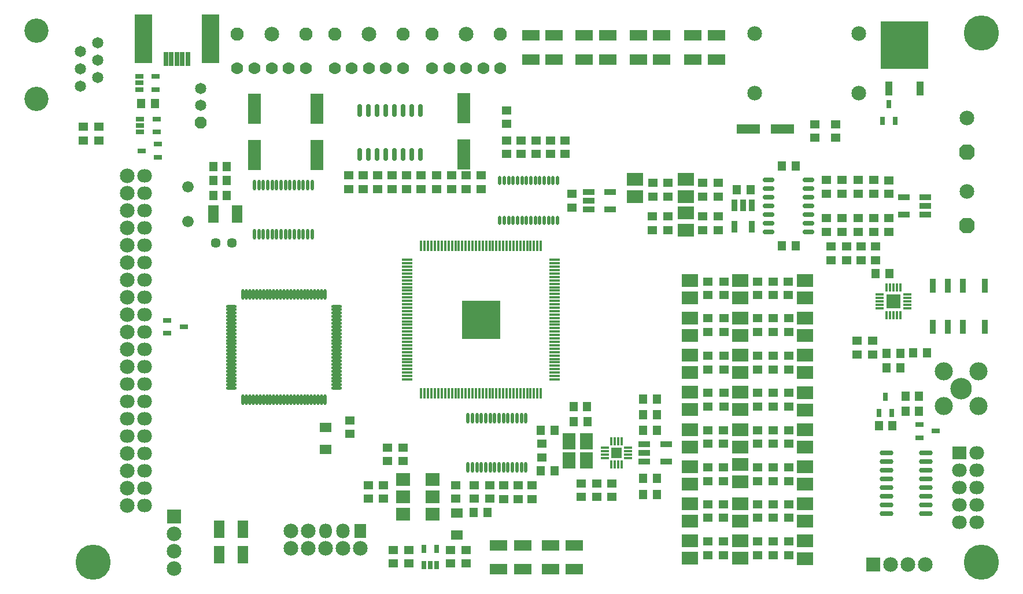
<source format=gbr>
%TF.GenerationSoftware,Altium Limited,Altium Designer,21.1.1 (26)*%
G04 Layer_Color=8388736*
%FSLAX44Y44*%
%MOMM*%
%TF.SameCoordinates,65C39E2D-3F9F-43AC-B9A9-9728AD9587AC*%
%TF.FilePolarity,Negative*%
%TF.FileFunction,Soldermask,Top*%
%TF.Part,Single*%
G01*
G75*
%TA.AperFunction,SMDPad,CuDef*%
%ADD103R,1.4000X1.1500*%
%ADD104R,1.1500X0.7500*%
%ADD105R,1.1500X1.4000*%
%ADD106O,2.0000X0.7500*%
%ADD107R,0.7500X1.1500*%
%ADD108R,2.5500X1.5500*%
%ADD116R,1.7500X1.3500*%
%TA.AperFunction,ComponentPad*%
%ADD120R,2.1500X1.9500*%
%ADD121O,2.1500X1.9500*%
%TA.AperFunction,SMDPad,CuDef*%
%ADD122R,5.7032X5.7032*%
%TA.AperFunction,ComponentPad*%
%ADD123C,0.8500*%
%ADD124C,1.6500*%
%ADD125C,2.1500*%
G04:AMPARAMS|DCode=126|XSize=2.15mm|YSize=2.15mm|CornerRadius=0mm|HoleSize=0mm|Usage=FLASHONLY|Rotation=90.000|XOffset=0mm|YOffset=0mm|HoleType=Round|Shape=Octagon|*
%AMOCTAGOND126*
4,1,8,0.5375,1.0750,-0.5375,1.0750,-1.0750,0.5375,-1.0750,-0.5375,-0.5375,-1.0750,0.5375,-1.0750,1.0750,-0.5375,1.0750,0.5375,0.5375,1.0750,0.0*
%
%ADD126OCTAGOND126*%

%ADD127R,1.7500X2.1500*%
%ADD128O,1.9500X2.1500*%
%ADD129O,1.8500X2.1500*%
%ADD130R,2.1500X2.1500*%
%ADD131C,3.1500*%
%ADD132C,2.6500*%
G04:AMPARAMS|DCode=133|XSize=1.65mm|YSize=1.65mm|CornerRadius=0mm|HoleSize=0mm|Usage=FLASHONLY|Rotation=90.000|XOffset=0mm|YOffset=0mm|HoleType=Round|Shape=Octagon|*
%AMOCTAGOND133*
4,1,8,0.4125,0.8250,-0.4125,0.8250,-0.8250,0.4125,-0.8250,-0.4125,-0.4125,-0.8250,0.4125,-0.8250,0.8250,-0.4125,0.8250,0.4125,0.4125,0.8250,0.0*
%
%ADD133OCTAGOND133*%

%ADD134C,1.6740*%
%TA.AperFunction,ViaPad*%
%ADD135C,5.1500*%
%TA.AperFunction,ComponentPad*%
%ADD136R,2.1500X2.1500*%
%ADD137C,1.4500*%
%ADD138C,1.7740*%
%ADD139C,1.9500*%
%TA.AperFunction,ViaPad*%
%ADD140C,0.6500*%
%TA.AperFunction,TestPad*%
%ADD141C,3.5500*%
%TA.AperFunction,ViaPad*%
%ADD142C,1.3500*%
%ADD143C,1.1500*%
%ADD144C,1.4500*%
%TA.AperFunction,NonConductor*%
%ADD157R,5.5000X5.5250*%
%TA.AperFunction,SMDPad,CuDef*%
%ADD158O,1.5500X0.4000*%
%ADD159O,0.4000X1.5500*%
%ADD160R,2.1500X1.9500*%
%ADD161R,1.2500X0.4000*%
%ADD162R,0.4000X1.2500*%
%ADD163R,2.1500X2.1500*%
%ADD164R,1.6000X1.6000*%
%ADD165R,0.4000X1.2500*%
%ADD166R,1.2500X0.4000*%
%ADD167R,3.4500X1.3500*%
%ADD168R,1.1000X2.0500*%
%ADD169R,6.9500X7.0500*%
%ADD170R,2.3900X1.8500*%
%ADD171O,0.7000X1.9000*%
G04:AMPARAMS|DCode=172|XSize=1.75mm|YSize=0.75mm|CornerRadius=0.375mm|HoleSize=0mm|Usage=FLASHONLY|Rotation=180.000|XOffset=0mm|YOffset=0mm|HoleType=Round|Shape=RoundedRectangle|*
%AMROUNDEDRECTD172*
21,1,1.7500,0.0000,0,0,180.0*
21,1,1.0000,0.7500,0,0,180.0*
1,1,0.7500,-0.5000,0.0000*
1,1,0.7500,0.5000,0.0000*
1,1,0.7500,0.5000,0.0000*
1,1,0.7500,-0.5000,0.0000*
%
%ADD172ROUNDEDRECTD172*%
G04:AMPARAMS|DCode=173|XSize=1.55mm|YSize=0.5mm|CornerRadius=0.25mm|HoleSize=0mm|Usage=FLASHONLY|Rotation=90.000|XOffset=0mm|YOffset=0mm|HoleType=Round|Shape=RoundedRectangle|*
%AMROUNDEDRECTD173*
21,1,1.5500,0.0000,0,0,90.0*
21,1,1.0500,0.5000,0,0,90.0*
1,1,0.5000,0.0000,0.5250*
1,1,0.5000,0.0000,-0.5250*
1,1,0.5000,0.0000,-0.5250*
1,1,0.5000,0.0000,0.5250*
%
%ADD173ROUNDEDRECTD173*%
%ADD174O,0.5000X1.3500*%
%ADD175O,0.4500X1.5500*%
%ADD176O,1.5500X0.4500*%
%ADD177R,0.6500X2.1500*%
%ADD178R,2.6500X7.1500*%
%ADD179R,0.8500X2.1500*%
%ADD180R,1.9500X4.4000*%
%ADD181R,1.8000X0.9100*%
%ADD182R,0.9100X1.8000*%
%ADD183R,1.5500X2.5500*%
%ADD184R,1.8500X2.3900*%
D103*
X535237Y-692000D02*
D03*
Y-712000D02*
D03*
X640750D02*
D03*
Y-692000D02*
D03*
X563423Y-657062D02*
D03*
Y-637062D02*
D03*
X540374D02*
D03*
Y-657062D02*
D03*
X1197000Y-163750D02*
D03*
Y-183750D02*
D03*
X1166250Y-163750D02*
D03*
Y-183750D02*
D03*
X800500Y-187500D02*
D03*
Y-207500D02*
D03*
X779250Y-187250D02*
D03*
Y-207250D02*
D03*
X757917Y-187250D02*
D03*
Y-207250D02*
D03*
X736583Y-187250D02*
D03*
Y-207250D02*
D03*
X715250Y-187250D02*
D03*
Y-207250D02*
D03*
X1255500Y-343000D02*
D03*
Y-363000D02*
D03*
X1234500Y-343000D02*
D03*
Y-363000D02*
D03*
X1212750Y-343000D02*
D03*
Y-363000D02*
D03*
X1190250Y-343000D02*
D03*
Y-363000D02*
D03*
X1250750Y-501000D02*
D03*
Y-481000D02*
D03*
X1228000Y-501000D02*
D03*
Y-481000D02*
D03*
X715500Y-163500D02*
D03*
Y-143500D02*
D03*
X1105500Y-394000D02*
D03*
Y-414000D02*
D03*
X1082750Y-394000D02*
D03*
Y-414000D02*
D03*
X1127500D02*
D03*
Y-394000D02*
D03*
X1033250Y-414000D02*
D03*
Y-394000D02*
D03*
X1009750Y-414000D02*
D03*
Y-394000D02*
D03*
X1183250Y-301250D02*
D03*
Y-321250D02*
D03*
X1206500D02*
D03*
Y-301250D02*
D03*
X1229750D02*
D03*
Y-321250D02*
D03*
X1253000Y-301250D02*
D03*
Y-321250D02*
D03*
X1274750Y-301250D02*
D03*
Y-321250D02*
D03*
X1253000Y-265500D02*
D03*
Y-245500D02*
D03*
X1274750Y-265750D02*
D03*
Y-245750D02*
D03*
X1229750Y-265500D02*
D03*
Y-245500D02*
D03*
X1206500D02*
D03*
Y-265500D02*
D03*
X1183250Y-245500D02*
D03*
Y-265500D02*
D03*
X1025179Y-318579D02*
D03*
Y-298579D02*
D03*
X1002429Y-318579D02*
D03*
Y-298579D02*
D03*
X929429Y-249579D02*
D03*
Y-269579D02*
D03*
X951679D02*
D03*
Y-249579D02*
D03*
Y-298579D02*
D03*
Y-318579D02*
D03*
X928929Y-298579D02*
D03*
Y-318579D02*
D03*
X1128000Y-522583D02*
D03*
Y-502583D02*
D03*
X1105500D02*
D03*
Y-522583D02*
D03*
X1082750Y-502583D02*
D03*
Y-522583D02*
D03*
X1128000Y-468000D02*
D03*
Y-448000D02*
D03*
X1105500D02*
D03*
Y-468000D02*
D03*
X1128000Y-576917D02*
D03*
Y-556917D02*
D03*
Y-631500D02*
D03*
Y-611500D02*
D03*
X1105500Y-556917D02*
D03*
Y-576917D02*
D03*
Y-611500D02*
D03*
Y-631500D02*
D03*
X1009750Y-468000D02*
D03*
Y-448000D02*
D03*
X1033500Y-468000D02*
D03*
Y-448000D02*
D03*
X1082750D02*
D03*
Y-468000D02*
D03*
X1082750Y-556917D02*
D03*
Y-576917D02*
D03*
Y-611500D02*
D03*
Y-631500D02*
D03*
X1032750D02*
D03*
Y-611500D02*
D03*
X1009750Y-631500D02*
D03*
Y-611500D02*
D03*
Y-576917D02*
D03*
Y-556917D02*
D03*
X1033250Y-576917D02*
D03*
Y-556917D02*
D03*
Y-522583D02*
D03*
Y-502583D02*
D03*
X1009750Y-522583D02*
D03*
Y-502583D02*
D03*
X1128000Y-686000D02*
D03*
Y-666000D02*
D03*
X1105500D02*
D03*
Y-686000D02*
D03*
X1082750Y-666000D02*
D03*
Y-686000D02*
D03*
X1032250D02*
D03*
Y-666000D02*
D03*
X1009750Y-686000D02*
D03*
Y-666000D02*
D03*
X1128000Y-739917D02*
D03*
Y-719917D02*
D03*
X1105500D02*
D03*
Y-739917D02*
D03*
X1082750Y-719917D02*
D03*
Y-739917D02*
D03*
X1009750D02*
D03*
Y-719917D02*
D03*
X1032250Y-739917D02*
D03*
Y-719917D02*
D03*
X1128000Y-794750D02*
D03*
Y-774750D02*
D03*
X1032250Y-794750D02*
D03*
Y-774750D02*
D03*
X1082750D02*
D03*
Y-794750D02*
D03*
X1105500Y-774750D02*
D03*
Y-794750D02*
D03*
X1009750D02*
D03*
Y-774750D02*
D03*
X824250Y-689500D02*
D03*
Y-709500D02*
D03*
X766500Y-631500D02*
D03*
Y-651500D02*
D03*
X656250Y-807000D02*
D03*
Y-787000D02*
D03*
X512947Y-712000D02*
D03*
Y-692000D02*
D03*
X632750Y-787000D02*
D03*
Y-807000D02*
D03*
X571750D02*
D03*
Y-787000D02*
D03*
X549000Y-807000D02*
D03*
Y-787000D02*
D03*
X869000Y-689500D02*
D03*
Y-709500D02*
D03*
X847250Y-689500D02*
D03*
Y-709500D02*
D03*
X752750Y-692500D02*
D03*
Y-712500D02*
D03*
X667500Y-712000D02*
D03*
Y-692000D02*
D03*
X690500D02*
D03*
Y-712000D02*
D03*
X711250Y-712500D02*
D03*
Y-692500D02*
D03*
X732250Y-712500D02*
D03*
Y-692500D02*
D03*
X118500Y-187250D02*
D03*
Y-167250D02*
D03*
X95250Y-167250D02*
D03*
Y-187250D02*
D03*
X677750Y-258500D02*
D03*
Y-238500D02*
D03*
X656000Y-258500D02*
D03*
Y-238500D02*
D03*
X634500Y-258500D02*
D03*
Y-238500D02*
D03*
X612500Y-258500D02*
D03*
Y-238500D02*
D03*
X589750Y-258500D02*
D03*
Y-238500D02*
D03*
X568688D02*
D03*
Y-258500D02*
D03*
X547625Y-238500D02*
D03*
Y-258500D02*
D03*
X526562Y-238500D02*
D03*
Y-258500D02*
D03*
X505500D02*
D03*
Y-238500D02*
D03*
X483750D02*
D03*
Y-258500D02*
D03*
X1002429Y-249579D02*
D03*
Y-269579D02*
D03*
X1025179D02*
D03*
Y-249579D02*
D03*
X811250Y-265500D02*
D03*
Y-285500D02*
D03*
X485500Y-597250D02*
D03*
Y-617250D02*
D03*
D104*
X1343474Y-612989D02*
D03*
X1319474Y-622488D02*
D03*
Y-603489D02*
D03*
X205000Y-212000D02*
D03*
Y-193000D02*
D03*
X181000Y-202500D02*
D03*
X218500Y-451000D02*
D03*
Y-470000D02*
D03*
X242500Y-460500D02*
D03*
X177500Y-93750D02*
D03*
Y-103250D02*
D03*
Y-112750D02*
D03*
X201500D02*
D03*
Y-93750D02*
D03*
X178750Y-156250D02*
D03*
Y-165750D02*
D03*
Y-175250D02*
D03*
X202750D02*
D03*
Y-156250D02*
D03*
D105*
X1319043Y-584238D02*
D03*
X1299043D02*
D03*
X1280197Y-605051D02*
D03*
X1260197D02*
D03*
X1299043Y-562232D02*
D03*
X1319043D02*
D03*
X935000Y-705750D02*
D03*
X915000D02*
D03*
X915000Y-682500D02*
D03*
X935000D02*
D03*
X1255750Y-382250D02*
D03*
X1275750D02*
D03*
X1271750Y-520750D02*
D03*
X1291750D02*
D03*
X1291500Y-499250D02*
D03*
X1271500D02*
D03*
X1310750Y-498750D02*
D03*
X1330750D02*
D03*
X1118250Y-342000D02*
D03*
X1138250D02*
D03*
X1118500Y-224750D02*
D03*
X1138500D02*
D03*
X1072179Y-259579D02*
D03*
X1052179D02*
D03*
X935000Y-566000D02*
D03*
X915000D02*
D03*
X813250Y-577250D02*
D03*
X833250D02*
D03*
X833500Y-599500D02*
D03*
X813500D02*
D03*
X687000Y-732000D02*
D03*
X667000D02*
D03*
X915000Y-589000D02*
D03*
X935000D02*
D03*
X915000Y-611750D02*
D03*
X935000D02*
D03*
X785500D02*
D03*
X765500D02*
D03*
X785500Y-671500D02*
D03*
X765500D02*
D03*
X285500Y-246500D02*
D03*
X305500D02*
D03*
X285500Y-267750D02*
D03*
X305500D02*
D03*
X285500Y-225750D02*
D03*
X305500D02*
D03*
X180250Y-133250D02*
D03*
X200250D02*
D03*
D106*
X1271250Y-645290D02*
D03*
Y-657990D02*
D03*
Y-670690D02*
D03*
Y-683390D02*
D03*
Y-696090D02*
D03*
Y-708790D02*
D03*
Y-721490D02*
D03*
Y-734190D02*
D03*
X1329250Y-645290D02*
D03*
Y-657990D02*
D03*
Y-670690D02*
D03*
Y-683390D02*
D03*
Y-696090D02*
D03*
Y-708790D02*
D03*
Y-721490D02*
D03*
Y-734190D02*
D03*
D107*
X1269503Y-562463D02*
D03*
X1279003Y-586464D02*
D03*
X1260003D02*
D03*
X1265500Y-158500D02*
D03*
X1284500D02*
D03*
X1275000Y-134500D02*
D03*
X593750Y-785500D02*
D03*
X612750D02*
D03*
Y-809500D02*
D03*
X603250D02*
D03*
X593750D02*
D03*
D108*
X987500Y-33750D02*
D03*
Y-68750D02*
D03*
X814000Y-815000D02*
D03*
Y-780000D02*
D03*
X779750Y-815000D02*
D03*
Y-780000D02*
D03*
X738750Y-815000D02*
D03*
Y-780000D02*
D03*
X703500Y-815000D02*
D03*
Y-780000D02*
D03*
X828833Y-68750D02*
D03*
Y-33750D02*
D03*
X750583Y-68750D02*
D03*
Y-33750D02*
D03*
X942317Y-68750D02*
D03*
Y-33750D02*
D03*
X908067Y-68750D02*
D03*
Y-33750D02*
D03*
X863083Y-68750D02*
D03*
Y-33750D02*
D03*
X1022249Y-68750D02*
D03*
Y-33750D02*
D03*
X784500Y-68750D02*
D03*
Y-33750D02*
D03*
D116*
X450250Y-608000D02*
D03*
Y-640000D02*
D03*
X642750Y-765000D02*
D03*
Y-733000D02*
D03*
D120*
X1377800Y-644950D02*
D03*
D121*
X1403200Y-746550D02*
D03*
Y-695750D02*
D03*
Y-721150D02*
D03*
X1377800Y-746550D02*
D03*
Y-721150D02*
D03*
X1403200Y-644950D02*
D03*
X1377800Y-670350D02*
D03*
X1403200D02*
D03*
X1377800Y-695750D02*
D03*
X185400Y-239200D02*
D03*
Y-264600D02*
D03*
Y-290100D02*
D03*
Y-315400D02*
D03*
Y-340900D02*
D03*
Y-366200D02*
D03*
Y-391600D02*
D03*
Y-417000D02*
D03*
Y-442400D02*
D03*
Y-468000D02*
D03*
X160000Y-544000D02*
D03*
Y-569400D02*
D03*
Y-594800D02*
D03*
Y-620200D02*
D03*
X185400Y-493200D02*
D03*
Y-518600D02*
D03*
Y-544000D02*
D03*
Y-569400D02*
D03*
Y-594800D02*
D03*
Y-620200D02*
D03*
Y-645600D02*
D03*
Y-671000D02*
D03*
Y-696400D02*
D03*
Y-721800D02*
D03*
D122*
X677750Y-449821D02*
D03*
D123*
X1286500Y-418000D02*
D03*
X1276500Y-428000D02*
D03*
X876250Y-645000D02*
D03*
D124*
X116400Y-44650D02*
D03*
X91000Y-57350D02*
D03*
X116400Y-70050D02*
D03*
X91000Y-82750D02*
D03*
X116400Y-95450D02*
D03*
X91000Y-108150D02*
D03*
X267370Y-136220D02*
D03*
Y-111220D02*
D03*
D125*
X1230500Y-118250D02*
D03*
Y-31250D02*
D03*
X1078000D02*
D03*
Y-118250D02*
D03*
X1389250Y-262250D02*
D03*
X399450Y-784700D02*
D03*
X450250D02*
D03*
X424850D02*
D03*
X399450Y-759300D02*
D03*
X424850D02*
D03*
X501050Y-784700D02*
D03*
X475650D02*
D03*
X1302380Y-808000D02*
D03*
X1276980D02*
D03*
X1327780D02*
D03*
X160000Y-239200D02*
D03*
Y-264600D02*
D03*
Y-290000D02*
D03*
Y-315500D02*
D03*
Y-340900D02*
D03*
Y-366300D02*
D03*
Y-391700D02*
D03*
Y-417200D02*
D03*
Y-442600D02*
D03*
Y-468000D02*
D03*
Y-493441D02*
D03*
Y-518600D02*
D03*
Y-645600D02*
D03*
Y-671000D02*
D03*
Y-696400D02*
D03*
Y-721800D02*
D03*
X1388750Y-154250D02*
D03*
X228000Y-814100D02*
D03*
Y-763300D02*
D03*
Y-788700D02*
D03*
X656000Y-32000D02*
D03*
X371000D02*
D03*
X513500D02*
D03*
D126*
X1389250Y-312250D02*
D03*
X1388750Y-204250D02*
D03*
D127*
X501050Y-759300D02*
D03*
D128*
X475650D02*
D03*
D129*
X450250D02*
D03*
D130*
X1251580Y-808000D02*
D03*
D131*
X1380250Y-551250D02*
D03*
D132*
X1405650Y-525850D02*
D03*
Y-576650D02*
D03*
X1354850D02*
D03*
Y-525850D02*
D03*
D133*
X267370Y-161220D02*
D03*
D134*
X248250Y-306250D02*
D03*
X248250Y-255751D02*
D03*
D135*
X1410000Y-30000D02*
D03*
Y-805000D02*
D03*
X110000D02*
D03*
X677750Y-449821D02*
D03*
D136*
X228000Y-737900D02*
D03*
D137*
X313000Y-337250D02*
D03*
X289250D02*
D03*
D138*
X631000Y-82000D02*
D03*
X606000D02*
D03*
X681000D02*
D03*
X706000D02*
D03*
X656000D02*
D03*
X346000D02*
D03*
X321000D02*
D03*
X396000D02*
D03*
X421000D02*
D03*
X371000D02*
D03*
X488500D02*
D03*
X463500D02*
D03*
X538500D02*
D03*
X563500D02*
D03*
X513500D02*
D03*
D139*
X606000Y-32000D02*
D03*
X706000D02*
D03*
X321000D02*
D03*
X421000D02*
D03*
X463500D02*
D03*
X563500D02*
D03*
D140*
X699750Y-471821D02*
D03*
X688750D02*
D03*
X677750D02*
D03*
X666750D02*
D03*
X655750D02*
D03*
X699750Y-460821D02*
D03*
X655750D02*
D03*
X699750Y-449821D02*
D03*
X655750D02*
D03*
X699750Y-438821D02*
D03*
X655750D02*
D03*
X699750Y-427821D02*
D03*
X688750D02*
D03*
X677750D02*
D03*
X666750D02*
D03*
X655750D02*
D03*
D141*
X26900Y-126450D02*
D03*
Y-26450D02*
D03*
D142*
X983250Y-582750D02*
D03*
X1057000D02*
D03*
X1151429Y-557421D02*
D03*
X1057000Y-557250D02*
D03*
X983250D02*
D03*
X1152250Y-583000D02*
D03*
D143*
X1151750Y-392250D02*
D03*
X983958Y-503583D02*
D03*
X983250Y-474000D02*
D03*
X983750Y-449000D02*
D03*
X983250Y-419000D02*
D03*
Y-393500D02*
D03*
X1151429Y-448671D02*
D03*
Y-503046D02*
D03*
X1057000Y-528375D02*
D03*
Y-502875D02*
D03*
Y-474000D02*
D03*
Y-448500D02*
D03*
X1056750Y-419171D02*
D03*
X983250Y-528375D02*
D03*
X1152250Y-418500D02*
D03*
X1153250Y-474250D02*
D03*
X1152000Y-527750D02*
D03*
D144*
X1151429Y-666171D02*
D03*
Y-720546D02*
D03*
Y-774921D02*
D03*
X1057000Y-800250D02*
D03*
Y-774750D02*
D03*
Y-745875D02*
D03*
Y-720375D02*
D03*
Y-688500D02*
D03*
Y-663000D02*
D03*
Y-637125D02*
D03*
Y-611625D02*
D03*
X983250D02*
D03*
X984250Y-667000D02*
D03*
X983375Y-720500D02*
D03*
X983250Y-774750D02*
D03*
X1151500Y-800250D02*
D03*
X1151750Y-745750D02*
D03*
X1152250Y-692750D02*
D03*
X1152000Y-636750D02*
D03*
X984000Y-800250D02*
D03*
Y-745750D02*
D03*
X983750Y-690500D02*
D03*
X983750Y-637000D02*
D03*
D157*
X677750Y-449875D02*
D03*
D158*
X569750Y-362321D02*
D03*
Y-367321D02*
D03*
Y-372321D02*
D03*
Y-377321D02*
D03*
Y-382321D02*
D03*
Y-387321D02*
D03*
Y-392321D02*
D03*
Y-397321D02*
D03*
Y-402321D02*
D03*
Y-407321D02*
D03*
Y-412321D02*
D03*
Y-417321D02*
D03*
Y-422321D02*
D03*
Y-427321D02*
D03*
Y-432321D02*
D03*
Y-437321D02*
D03*
Y-442321D02*
D03*
Y-447321D02*
D03*
Y-452321D02*
D03*
Y-457321D02*
D03*
Y-462321D02*
D03*
Y-467321D02*
D03*
Y-472321D02*
D03*
Y-477321D02*
D03*
Y-482321D02*
D03*
Y-487321D02*
D03*
Y-492321D02*
D03*
Y-497321D02*
D03*
Y-502321D02*
D03*
Y-507321D02*
D03*
Y-512321D02*
D03*
Y-517321D02*
D03*
Y-522321D02*
D03*
Y-527321D02*
D03*
Y-532321D02*
D03*
Y-537321D02*
D03*
X785750D02*
D03*
Y-532321D02*
D03*
Y-527321D02*
D03*
Y-522321D02*
D03*
Y-517321D02*
D03*
Y-512321D02*
D03*
Y-507321D02*
D03*
Y-502321D02*
D03*
Y-497321D02*
D03*
Y-492321D02*
D03*
Y-487321D02*
D03*
Y-482321D02*
D03*
Y-477321D02*
D03*
Y-472321D02*
D03*
Y-467321D02*
D03*
Y-462321D02*
D03*
Y-457321D02*
D03*
Y-452321D02*
D03*
Y-447321D02*
D03*
Y-442321D02*
D03*
Y-437321D02*
D03*
Y-432321D02*
D03*
Y-427321D02*
D03*
Y-422321D02*
D03*
Y-417321D02*
D03*
Y-412321D02*
D03*
Y-407321D02*
D03*
Y-402321D02*
D03*
Y-397321D02*
D03*
Y-392321D02*
D03*
Y-387321D02*
D03*
Y-382321D02*
D03*
Y-377321D02*
D03*
Y-372321D02*
D03*
Y-367321D02*
D03*
Y-362321D02*
D03*
D159*
X590250Y-557821D02*
D03*
X595250D02*
D03*
X600250D02*
D03*
X605250D02*
D03*
X610250D02*
D03*
X615250D02*
D03*
X620250D02*
D03*
X625250D02*
D03*
X630250D02*
D03*
X635250D02*
D03*
X640250D02*
D03*
X645250D02*
D03*
X650250D02*
D03*
X655250D02*
D03*
X660250D02*
D03*
X665250D02*
D03*
X670250D02*
D03*
X675250D02*
D03*
X680250D02*
D03*
X685250D02*
D03*
X690250D02*
D03*
X695250D02*
D03*
X700250D02*
D03*
X705250D02*
D03*
X710250D02*
D03*
X715250D02*
D03*
X720250D02*
D03*
X725250D02*
D03*
X730250D02*
D03*
X735250D02*
D03*
X740250D02*
D03*
X745250D02*
D03*
X750250D02*
D03*
X755250D02*
D03*
X760250D02*
D03*
X765250D02*
D03*
Y-341821D02*
D03*
X760250D02*
D03*
X755250D02*
D03*
X750250D02*
D03*
X745250D02*
D03*
X740250D02*
D03*
X735250D02*
D03*
X730250D02*
D03*
X725250D02*
D03*
X720250D02*
D03*
X715250D02*
D03*
X710250D02*
D03*
X705250D02*
D03*
X700250D02*
D03*
X695250D02*
D03*
X690250D02*
D03*
X685250D02*
D03*
X680250D02*
D03*
X675250D02*
D03*
X670250D02*
D03*
X665250D02*
D03*
X660250D02*
D03*
X655250D02*
D03*
X650250D02*
D03*
X645250D02*
D03*
X640250D02*
D03*
X635250D02*
D03*
X630250D02*
D03*
X625250D02*
D03*
X620250D02*
D03*
X615250D02*
D03*
X610250D02*
D03*
X605250D02*
D03*
X600250D02*
D03*
X595250D02*
D03*
X590250D02*
D03*
D160*
X563800Y-734895D02*
D03*
Y-709495D02*
D03*
Y-684095D02*
D03*
X607100D02*
D03*
Y-709495D02*
D03*
Y-734895D02*
D03*
D161*
X1301750Y-433000D02*
D03*
Y-428000D02*
D03*
Y-423000D02*
D03*
Y-418000D02*
D03*
Y-413000D02*
D03*
X1261250D02*
D03*
Y-418000D02*
D03*
Y-423000D02*
D03*
Y-428000D02*
D03*
Y-433000D02*
D03*
D162*
X1291500Y-402750D02*
D03*
X1286500D02*
D03*
X1281500D02*
D03*
X1276500D02*
D03*
X1271500D02*
D03*
Y-443250D02*
D03*
X1276500D02*
D03*
X1281500D02*
D03*
X1286500D02*
D03*
X1291500D02*
D03*
D163*
X1281500Y-423000D02*
D03*
D164*
X876250Y-645000D02*
D03*
D165*
X883750Y-628250D02*
D03*
X878750D02*
D03*
X873750D02*
D03*
X868750D02*
D03*
Y-661500D02*
D03*
X873750D02*
D03*
X878750D02*
D03*
X883750D02*
D03*
D166*
X859500Y-637500D02*
D03*
Y-642500D02*
D03*
Y-647500D02*
D03*
Y-652500D02*
D03*
X892750D02*
D03*
Y-647500D02*
D03*
Y-642500D02*
D03*
Y-637500D02*
D03*
D167*
X1118750Y-171000D02*
D03*
X1069000D02*
D03*
D168*
X1274700Y-111570D02*
D03*
X1320300D02*
D03*
D169*
X1297500Y-47750D02*
D03*
D170*
X903179Y-244250D02*
D03*
Y-269750D02*
D03*
X1152000Y-418000D02*
D03*
Y-392500D02*
D03*
X1057250Y-392671D02*
D03*
Y-418171D02*
D03*
X983750Y-418000D02*
D03*
Y-392500D02*
D03*
X977679Y-269579D02*
D03*
Y-244079D02*
D03*
Y-319079D02*
D03*
Y-293579D02*
D03*
X1151929Y-636296D02*
D03*
Y-610796D02*
D03*
Y-581921D02*
D03*
Y-556421D02*
D03*
Y-527546D02*
D03*
Y-502046D02*
D03*
Y-473171D02*
D03*
Y-447671D02*
D03*
X983750Y-447500D02*
D03*
Y-473000D02*
D03*
X1057500Y-447500D02*
D03*
Y-473000D02*
D03*
Y-501875D02*
D03*
Y-527375D02*
D03*
Y-556250D02*
D03*
Y-581750D02*
D03*
Y-610625D02*
D03*
Y-636125D02*
D03*
X983750Y-501875D02*
D03*
Y-527375D02*
D03*
Y-556250D02*
D03*
Y-581750D02*
D03*
X983750Y-610625D02*
D03*
Y-636125D02*
D03*
X983750Y-665000D02*
D03*
Y-690500D02*
D03*
X1151929Y-690671D02*
D03*
Y-665171D02*
D03*
X1057500Y-662000D02*
D03*
Y-687500D02*
D03*
X1151929Y-745046D02*
D03*
Y-719546D02*
D03*
X983750Y-719375D02*
D03*
Y-744875D02*
D03*
X1057500Y-719375D02*
D03*
Y-744875D02*
D03*
X1151929Y-799421D02*
D03*
Y-773921D02*
D03*
X1057500Y-773750D02*
D03*
Y-799250D02*
D03*
X983750Y-773750D02*
D03*
Y-799250D02*
D03*
D171*
X588700Y-143250D02*
D03*
X576000D02*
D03*
X563300D02*
D03*
X550600D02*
D03*
X537900D02*
D03*
X525200D02*
D03*
X512500D02*
D03*
X499800D02*
D03*
X588700Y-207750D02*
D03*
X576000D02*
D03*
X563300D02*
D03*
X550600D02*
D03*
X537900D02*
D03*
X525200D02*
D03*
X512500D02*
D03*
X499800D02*
D03*
D172*
X1098500Y-321750D02*
D03*
Y-309050D02*
D03*
Y-296350D02*
D03*
Y-283650D02*
D03*
Y-270950D02*
D03*
Y-258250D02*
D03*
Y-245550D02*
D03*
X1157500D02*
D03*
Y-258250D02*
D03*
Y-270950D02*
D03*
Y-283650D02*
D03*
Y-296350D02*
D03*
Y-309050D02*
D03*
Y-321750D02*
D03*
D173*
X346000Y-324500D02*
D03*
X352500D02*
D03*
X359000D02*
D03*
X365500D02*
D03*
X372000D02*
D03*
X378500D02*
D03*
X385000D02*
D03*
X391500D02*
D03*
X398000D02*
D03*
X404500D02*
D03*
X411000D02*
D03*
X417500D02*
D03*
X424000D02*
D03*
X430500D02*
D03*
X346000Y-252500D02*
D03*
X352500D02*
D03*
X359000D02*
D03*
X365500D02*
D03*
X372000D02*
D03*
X378500D02*
D03*
X385000D02*
D03*
X391500D02*
D03*
X398000D02*
D03*
X404500D02*
D03*
X411000D02*
D03*
X417500D02*
D03*
X424000D02*
D03*
X430500D02*
D03*
X736750Y-593990D02*
D03*
X717250D02*
D03*
X704250D02*
D03*
X697750D02*
D03*
X671750D02*
D03*
X658750D02*
D03*
X743250D02*
D03*
X730250D02*
D03*
X723750D02*
D03*
X710750D02*
D03*
X691250D02*
D03*
X684750D02*
D03*
X678250D02*
D03*
X665250D02*
D03*
X743250Y-665990D02*
D03*
X736750D02*
D03*
X730250D02*
D03*
X723750D02*
D03*
X717250D02*
D03*
X710750D02*
D03*
X704250D02*
D03*
X697750D02*
D03*
X691250D02*
D03*
X684750D02*
D03*
X678250D02*
D03*
X671750D02*
D03*
X665250D02*
D03*
X658750D02*
D03*
D174*
X789750Y-246250D02*
D03*
X783250D02*
D03*
X776750D02*
D03*
X770250D02*
D03*
X763750D02*
D03*
X757250D02*
D03*
X750750D02*
D03*
X744250D02*
D03*
X737750D02*
D03*
X731250D02*
D03*
X724750D02*
D03*
X718250D02*
D03*
X711750D02*
D03*
X705250D02*
D03*
X789750Y-304750D02*
D03*
X783250D02*
D03*
X776750D02*
D03*
X770250D02*
D03*
X763750D02*
D03*
X757250D02*
D03*
X750750D02*
D03*
X744250D02*
D03*
X737750D02*
D03*
X731250D02*
D03*
X724750D02*
D03*
X718250D02*
D03*
X711750D02*
D03*
X705250D02*
D03*
D175*
X329250Y-413250D02*
D03*
X334250D02*
D03*
X339250D02*
D03*
X344250D02*
D03*
X349250D02*
D03*
X354250D02*
D03*
X359250D02*
D03*
X364250D02*
D03*
X369250D02*
D03*
X374250D02*
D03*
X379250D02*
D03*
X384250D02*
D03*
X389250D02*
D03*
X394250D02*
D03*
X399250D02*
D03*
X404250D02*
D03*
X409250D02*
D03*
X414250D02*
D03*
X419250D02*
D03*
X424250D02*
D03*
X429250D02*
D03*
X434250D02*
D03*
X439250D02*
D03*
X444250D02*
D03*
X449250D02*
D03*
Y-567250D02*
D03*
X444250D02*
D03*
X439250D02*
D03*
X434250D02*
D03*
X429250D02*
D03*
X424250D02*
D03*
X419250D02*
D03*
X414250D02*
D03*
X409250D02*
D03*
X404250D02*
D03*
X399250D02*
D03*
X394250D02*
D03*
X389250D02*
D03*
X384250D02*
D03*
X379250D02*
D03*
X374250D02*
D03*
X369250D02*
D03*
X364250D02*
D03*
X359250D02*
D03*
X354250D02*
D03*
X349250D02*
D03*
X344250D02*
D03*
X339250D02*
D03*
X334250D02*
D03*
X329250D02*
D03*
D176*
X466250Y-430250D02*
D03*
Y-435250D02*
D03*
Y-440250D02*
D03*
Y-445250D02*
D03*
Y-450250D02*
D03*
Y-455250D02*
D03*
Y-460250D02*
D03*
Y-465250D02*
D03*
Y-470250D02*
D03*
Y-475250D02*
D03*
Y-480250D02*
D03*
Y-485250D02*
D03*
Y-490250D02*
D03*
Y-495250D02*
D03*
Y-500250D02*
D03*
Y-505250D02*
D03*
Y-510250D02*
D03*
Y-515250D02*
D03*
Y-520250D02*
D03*
Y-525250D02*
D03*
Y-530250D02*
D03*
Y-535250D02*
D03*
Y-540250D02*
D03*
Y-545250D02*
D03*
Y-550250D02*
D03*
X312250D02*
D03*
Y-545250D02*
D03*
Y-540250D02*
D03*
Y-535250D02*
D03*
Y-530250D02*
D03*
Y-525250D02*
D03*
Y-520250D02*
D03*
Y-515250D02*
D03*
Y-510250D02*
D03*
Y-505250D02*
D03*
Y-500250D02*
D03*
Y-495250D02*
D03*
Y-490250D02*
D03*
Y-485250D02*
D03*
Y-480250D02*
D03*
Y-475250D02*
D03*
Y-470250D02*
D03*
Y-465250D02*
D03*
Y-460250D02*
D03*
Y-455250D02*
D03*
Y-450250D02*
D03*
Y-445250D02*
D03*
Y-440250D02*
D03*
Y-435250D02*
D03*
Y-430250D02*
D03*
D177*
X216250Y-68500D02*
D03*
X224250D02*
D03*
X232250D02*
D03*
X240250D02*
D03*
X248250D02*
D03*
D178*
X183250Y-38500D02*
D03*
X281250D02*
D03*
D179*
X1338750Y-460500D02*
D03*
X1360750D02*
D03*
X1383000Y-460500D02*
D03*
X1415000Y-460500D02*
D03*
Y-400500D02*
D03*
X1383000D02*
D03*
X1360750D02*
D03*
X1338750D02*
D03*
D180*
X652500Y-208250D02*
D03*
Y-140250D02*
D03*
X437250Y-208750D02*
D03*
Y-140750D02*
D03*
X346000Y-209000D02*
D03*
Y-141000D02*
D03*
D181*
X1328500Y-270250D02*
D03*
Y-282950D02*
D03*
Y-295650D02*
D03*
X1296700Y-270250D02*
D03*
Y-295650D02*
D03*
X916750Y-657750D02*
D03*
Y-645050D02*
D03*
Y-632350D02*
D03*
X948550Y-657750D02*
D03*
Y-632350D02*
D03*
X867050Y-263100D02*
D03*
Y-288500D02*
D03*
X835250Y-263100D02*
D03*
Y-275800D02*
D03*
Y-288500D02*
D03*
D182*
X1048679Y-282079D02*
D03*
X1061379D02*
D03*
X1074079D02*
D03*
X1048679Y-313879D02*
D03*
X1074079D02*
D03*
D183*
X329000Y-794000D02*
D03*
X294000D02*
D03*
X329000Y-756500D02*
D03*
X294000D02*
D03*
X285750Y-295250D02*
D03*
X320750D02*
D03*
D184*
X806500Y-656000D02*
D03*
X832000D02*
D03*
X806750Y-628000D02*
D03*
X832250D02*
D03*
%TF.MD5,42f976b37de784cc4070f6fa508c67ce*%
M02*

</source>
